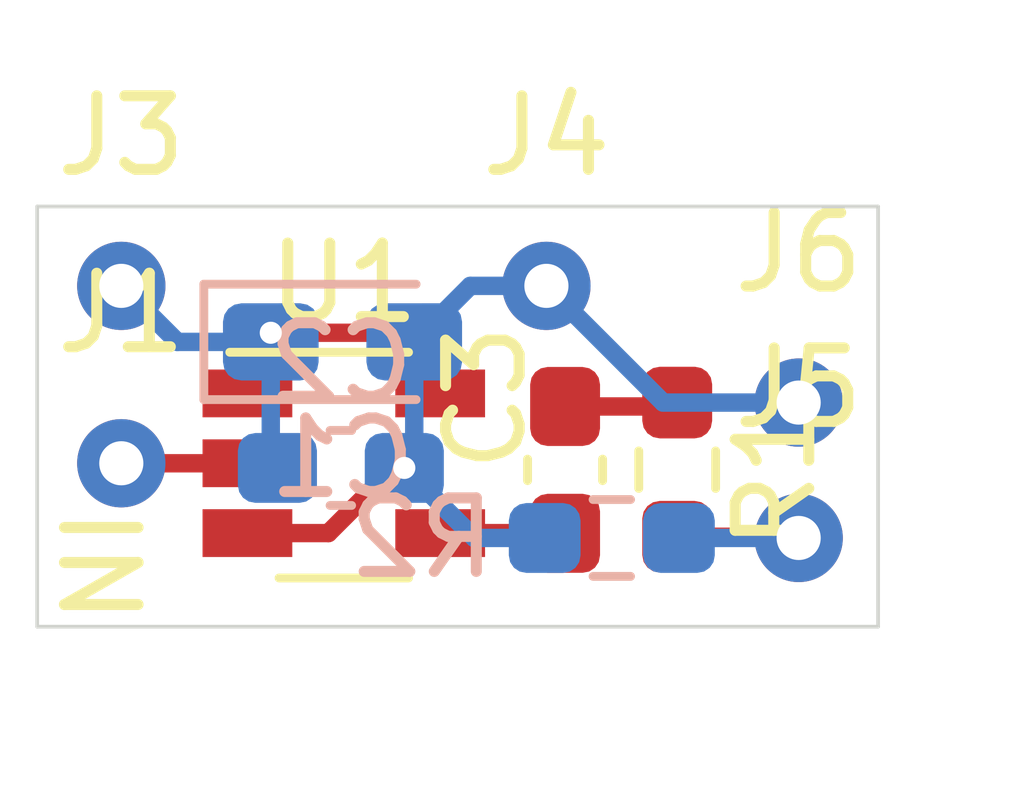
<source format=kicad_pcb>
(kicad_pcb (version 20171130) (host pcbnew "(5.1.10-0-10_14)")

  (general
    (thickness 1.6)
    (drawings 5)
    (tracks 27)
    (zones 0)
    (modules 11)
    (nets 7)
  )

  (page A4)
  (layers
    (0 F.Cu signal)
    (31 B.Cu signal)
    (32 B.Adhes user)
    (33 F.Adhes user)
    (34 B.Paste user)
    (35 F.Paste user)
    (36 B.SilkS user)
    (37 F.SilkS user)
    (38 B.Mask user)
    (39 F.Mask user)
    (40 Dwgs.User user)
    (41 Cmts.User user)
    (42 Eco1.User user)
    (43 Eco2.User user)
    (44 Edge.Cuts user)
    (45 Margin user)
    (46 B.CrtYd user)
    (47 F.CrtYd user)
    (48 B.Fab user)
    (49 F.Fab user)
  )

  (setup
    (last_trace_width 0.25)
    (trace_clearance 0.2)
    (zone_clearance 0.508)
    (zone_45_only no)
    (trace_min 0.2)
    (via_size 0.8)
    (via_drill 0.4)
    (via_min_size 0.4)
    (via_min_drill 0.3)
    (user_via 0.6 0.3)
    (uvia_size 0.3)
    (uvia_drill 0.1)
    (uvias_allowed no)
    (uvia_min_size 0.2)
    (uvia_min_drill 0.1)
    (edge_width 0.05)
    (segment_width 0.2)
    (pcb_text_width 0.3)
    (pcb_text_size 1.5 1.5)
    (mod_edge_width 0.12)
    (mod_text_size 1 1)
    (mod_text_width 0.15)
    (pad_size 1.524 1.524)
    (pad_drill 0.762)
    (pad_to_mask_clearance 0)
    (aux_axis_origin 0 0)
    (visible_elements FFFFFF7F)
    (pcbplotparams
      (layerselection 0x010f0_ffffffff)
      (usegerberextensions false)
      (usegerberattributes false)
      (usegerberadvancedattributes false)
      (creategerberjobfile false)
      (excludeedgelayer true)
      (linewidth 0.100000)
      (plotframeref false)
      (viasonmask false)
      (mode 1)
      (useauxorigin false)
      (hpglpennumber 1)
      (hpglpenspeed 20)
      (hpglpendiameter 15.000000)
      (psnegative false)
      (psa4output false)
      (plotreference true)
      (plotvalue false)
      (plotinvisibletext false)
      (padsonsilk true)
      (subtractmaskfromsilk false)
      (outputformat 1)
      (mirror false)
      (drillshape 0)
      (scaleselection 1)
      (outputdirectory "gerber/"))
  )

  (net 0 "")
  (net 1 GND)
  (net 2 "Net-(C3-Pad2)")
  (net 3 "Net-(C3-Pad1)")
  (net 4 "Net-(J1-Pad1)")
  (net 5 "Net-(J5-Pad1)")
  (net 6 +5V)

  (net_class Default "This is the default net class."
    (clearance 0.2)
    (trace_width 0.25)
    (via_dia 0.8)
    (via_drill 0.4)
    (uvia_dia 0.3)
    (uvia_drill 0.1)
    (add_net +5V)
    (add_net GND)
    (add_net "Net-(C3-Pad1)")
    (add_net "Net-(C3-Pad2)")
    (add_net "Net-(J1-Pad1)")
    (add_net "Net-(J5-Pad1)")
  )

  (module kicad-snk:pin-0.6mm (layer F.Cu) (tedit 60CF3E89) (tstamp 60B9EED6)
    (at 165.2905 102.997)
    (path /60BBD55A)
    (fp_text reference J6 (at 0 0.5) (layer F.SilkS)
      (effects (font (size 1 1) (thickness 0.15)))
    )
    (fp_text value OUTGND (at 0 -0.5) (layer F.Fab)
      (effects (font (size 1 1) (thickness 0.15)))
    )
    (pad 1 thru_hole circle (at 0 2.54) (size 1.2 1.2) (drill 0.6) (layers *.Cu *.Mask)
      (net 1 GND))
  )

  (module kicad-snk:pin-0.6mm (layer F.Cu) (tedit 60CF3E89) (tstamp 60B9EECC)
    (at 165.2905 104.8385)
    (path /60BBD554)
    (fp_text reference J5 (at 0 0.5) (layer F.SilkS)
      (effects (font (size 1 1) (thickness 0.15)))
    )
    (fp_text value OUT (at 0 -0.5) (layer F.Fab)
      (effects (font (size 1 1) (thickness 0.15)))
    )
    (pad 1 thru_hole circle (at 0 2.54) (size 1.2 1.2) (drill 0.6) (layers *.Cu *.Mask)
      (net 5 "Net-(J5-Pad1)"))
  )

  (module kicad-snk:pin-0.6mm (layer F.Cu) (tedit 60CF3E89) (tstamp 60B9EEC2)
    (at 161.8615 101.4095)
    (path /60BB167F)
    (fp_text reference J4 (at 0 0.5) (layer F.SilkS)
      (effects (font (size 1 1) (thickness 0.15)))
    )
    (fp_text value GND (at 0 -0.5) (layer F.Fab)
      (effects (font (size 1 1) (thickness 0.15)))
    )
    (pad 1 thru_hole circle (at 0 2.54) (size 1.2 1.2) (drill 0.6) (layers *.Cu *.Mask)
      (net 1 GND))
  )

  (module kicad-snk:pin-0.6mm (layer F.Cu) (tedit 60CF3E89) (tstamp 60B9EEB8)
    (at 156.083 101.4095)
    (path /60BB1685)
    (fp_text reference J3 (at 0 0.5) (layer F.SilkS)
      (effects (font (size 1 1) (thickness 0.15)))
    )
    (fp_text value +5V (at 0 -0.5) (layer F.Fab)
      (effects (font (size 1 1) (thickness 0.15)))
    )
    (pad 1 thru_hole circle (at 0 2.54) (size 1.2 1.2) (drill 0.6) (layers *.Cu *.Mask)
      (net 6 +5V))
  )

  (module kicad-snk:pin-0.6mm (layer F.Cu) (tedit 60CF3E89) (tstamp 60B9EEA4)
    (at 156.083 103.8225)
    (path /60BB2116)
    (fp_text reference J1 (at 0 0.5) (layer F.SilkS)
      (effects (font (size 1 1) (thickness 0.15)))
    )
    (fp_text value IN (at 0 -0.5) (layer F.Fab)
      (effects (font (size 1 1) (thickness 0.15)))
    )
    (pad 1 thru_hole circle (at 0 2.54) (size 1.2 1.2) (drill 0.6) (layers *.Cu *.Mask)
      (net 4 "Net-(J1-Pad1)"))
  )

  (module Package_TO_SOT_SMD:TSOT-23-5 (layer F.Cu) (tedit 5A02FF57) (tstamp 60CF3FAA)
    (at 159.1075 106.3625)
    (descr "5-pin TSOT23 package, http://cds.linear.com/docs/en/packaging/SOT_5_05-08-1635.pdf")
    (tags TSOT-23-5)
    (path /60D0E915)
    (attr smd)
    (fp_text reference U1 (at 0 -2.45) (layer F.SilkS)
      (effects (font (size 1 1) (thickness 0.15)))
    )
    (fp_text value 74LVC1G34 (at 0 2.5) (layer F.Fab)
      (effects (font (size 1 1) (thickness 0.15)))
    )
    (fp_line (start -0.88 1.56) (end 0.88 1.56) (layer F.SilkS) (width 0.12))
    (fp_line (start 0.88 -1.51) (end -1.55 -1.51) (layer F.SilkS) (width 0.12))
    (fp_line (start -0.88 -1) (end -0.43 -1.45) (layer F.Fab) (width 0.1))
    (fp_line (start 0.88 -1.45) (end -0.43 -1.45) (layer F.Fab) (width 0.1))
    (fp_line (start -0.88 -1) (end -0.88 1.45) (layer F.Fab) (width 0.1))
    (fp_line (start 0.88 1.45) (end -0.88 1.45) (layer F.Fab) (width 0.1))
    (fp_line (start 0.88 -1.45) (end 0.88 1.45) (layer F.Fab) (width 0.1))
    (fp_line (start -2.17 -1.7) (end 2.17 -1.7) (layer F.CrtYd) (width 0.05))
    (fp_line (start -2.17 -1.7) (end -2.17 1.7) (layer F.CrtYd) (width 0.05))
    (fp_line (start 2.17 1.7) (end 2.17 -1.7) (layer F.CrtYd) (width 0.05))
    (fp_line (start 2.17 1.7) (end -2.17 1.7) (layer F.CrtYd) (width 0.05))
    (fp_text user %R (at 0 0 90) (layer F.Fab)
      (effects (font (size 0.5 0.5) (thickness 0.075)))
    )
    (pad 5 smd rect (at 1.31 -0.95) (size 1.22 0.65) (layers F.Cu F.Paste F.Mask)
      (net 6 +5V))
    (pad 4 smd rect (at 1.31 0.95) (size 1.22 0.65) (layers F.Cu F.Paste F.Mask)
      (net 2 "Net-(C3-Pad2)"))
    (pad 3 smd rect (at -1.31 0.95) (size 1.22 0.65) (layers F.Cu F.Paste F.Mask)
      (net 1 GND))
    (pad 2 smd rect (at -1.31 0) (size 1.22 0.65) (layers F.Cu F.Paste F.Mask)
      (net 4 "Net-(J1-Pad1)"))
    (pad 1 smd rect (at -1.31 -0.95) (size 1.22 0.65) (layers F.Cu F.Paste F.Mask))
    (model ${KISYS3DMOD}/Package_TO_SOT_SMD.3dshapes/TSOT-23-5.wrl
      (at (xyz 0 0 0))
      (scale (xyz 1 1 1))
      (rotate (xyz 0 0 0))
    )
  )

  (module Resistor_SMD:R_0603_1608Metric_Pad0.98x0.95mm_HandSolder (layer B.Cu) (tedit 5F68FEEE) (tstamp 60B9EEF8)
    (at 162.7505 107.3785)
    (descr "Resistor SMD 0603 (1608 Metric), square (rectangular) end terminal, IPC_7351 nominal with elongated pad for handsoldering. (Body size source: IPC-SM-782 page 72, https://www.pcb-3d.com/wordpress/wp-content/uploads/ipc-sm-782a_amendment_1_and_2.pdf), generated with kicad-footprint-generator")
    (tags "resistor handsolder")
    (path /60B946A0)
    (attr smd)
    (fp_text reference R2 (at -2.58 0) (layer B.SilkS)
      (effects (font (size 1 1) (thickness 0.15)) (justify mirror))
    )
    (fp_text value 75R (at 0 -1.43) (layer B.Fab)
      (effects (font (size 1 1) (thickness 0.15)) (justify mirror))
    )
    (fp_line (start 1.65 -0.73) (end -1.65 -0.73) (layer B.CrtYd) (width 0.05))
    (fp_line (start 1.65 0.73) (end 1.65 -0.73) (layer B.CrtYd) (width 0.05))
    (fp_line (start -1.65 0.73) (end 1.65 0.73) (layer B.CrtYd) (width 0.05))
    (fp_line (start -1.65 -0.73) (end -1.65 0.73) (layer B.CrtYd) (width 0.05))
    (fp_line (start -0.254724 -0.5225) (end 0.254724 -0.5225) (layer B.SilkS) (width 0.12))
    (fp_line (start -0.254724 0.5225) (end 0.254724 0.5225) (layer B.SilkS) (width 0.12))
    (fp_line (start 0.8 -0.4125) (end -0.8 -0.4125) (layer B.Fab) (width 0.1))
    (fp_line (start 0.8 0.4125) (end 0.8 -0.4125) (layer B.Fab) (width 0.1))
    (fp_line (start -0.8 0.4125) (end 0.8 0.4125) (layer B.Fab) (width 0.1))
    (fp_line (start -0.8 -0.4125) (end -0.8 0.4125) (layer B.Fab) (width 0.1))
    (fp_text user %R (at 0 0) (layer B.Fab)
      (effects (font (size 0.4 0.4) (thickness 0.06)) (justify mirror))
    )
    (pad 2 smd roundrect (at 0.9125 0) (size 0.975 0.95) (layers B.Cu B.Paste B.Mask) (roundrect_rratio 0.25)
      (net 5 "Net-(J5-Pad1)"))
    (pad 1 smd roundrect (at -0.9125 0) (size 0.975 0.95) (layers B.Cu B.Paste B.Mask) (roundrect_rratio 0.25)
      (net 1 GND))
    (model ${KISYS3DMOD}/Resistor_SMD.3dshapes/R_0603_1608Metric.wrl
      (at (xyz 0 0 0))
      (scale (xyz 1 1 1))
      (rotate (xyz 0 0 0))
    )
  )

  (module Resistor_SMD:R_0603_1608Metric_Pad0.98x0.95mm_HandSolder (layer F.Cu) (tedit 5F68FEEE) (tstamp 60B9EEE7)
    (at 163.6395 106.4495 90)
    (descr "Resistor SMD 0603 (1608 Metric), square (rectangular) end terminal, IPC_7351 nominal with elongated pad for handsoldering. (Body size source: IPC-SM-782 page 72, https://www.pcb-3d.com/wordpress/wp-content/uploads/ipc-sm-782a_amendment_1_and_2.pdf), generated with kicad-footprint-generator")
    (tags "resistor handsolder")
    (path /60B941B7)
    (attr smd)
    (fp_text reference R1 (at -0.087 1.3335 90) (layer F.SilkS)
      (effects (font (size 1 1) (thickness 0.15)))
    )
    (fp_text value 300R (at 0 1.43 90) (layer F.Fab)
      (effects (font (size 1 1) (thickness 0.15)))
    )
    (fp_line (start 1.65 0.73) (end -1.65 0.73) (layer F.CrtYd) (width 0.05))
    (fp_line (start 1.65 -0.73) (end 1.65 0.73) (layer F.CrtYd) (width 0.05))
    (fp_line (start -1.65 -0.73) (end 1.65 -0.73) (layer F.CrtYd) (width 0.05))
    (fp_line (start -1.65 0.73) (end -1.65 -0.73) (layer F.CrtYd) (width 0.05))
    (fp_line (start -0.254724 0.5225) (end 0.254724 0.5225) (layer F.SilkS) (width 0.12))
    (fp_line (start -0.254724 -0.5225) (end 0.254724 -0.5225) (layer F.SilkS) (width 0.12))
    (fp_line (start 0.8 0.4125) (end -0.8 0.4125) (layer F.Fab) (width 0.1))
    (fp_line (start 0.8 -0.4125) (end 0.8 0.4125) (layer F.Fab) (width 0.1))
    (fp_line (start -0.8 -0.4125) (end 0.8 -0.4125) (layer F.Fab) (width 0.1))
    (fp_line (start -0.8 0.4125) (end -0.8 -0.4125) (layer F.Fab) (width 0.1))
    (fp_text user %R (at 0 0 90) (layer F.Fab)
      (effects (font (size 0.4 0.4) (thickness 0.06)))
    )
    (pad 2 smd roundrect (at 0.9125 0 90) (size 0.975 0.95) (layers F.Cu F.Paste F.Mask) (roundrect_rratio 0.25)
      (net 3 "Net-(C3-Pad1)"))
    (pad 1 smd roundrect (at -0.9125 0 90) (size 0.975 0.95) (layers F.Cu F.Paste F.Mask) (roundrect_rratio 0.25)
      (net 5 "Net-(J5-Pad1)"))
    (model ${KISYS3DMOD}/Resistor_SMD.3dshapes/R_0603_1608Metric.wrl
      (at (xyz 0 0 0))
      (scale (xyz 1 1 1))
      (rotate (xyz 0 0 0))
    )
  )

  (module Capacitor_SMD:C_0603_1608Metric_Pad1.08x0.95mm_HandSolder (layer F.Cu) (tedit 5F68FEEF) (tstamp 60B9EE9A)
    (at 162.1155 106.4525 270)
    (descr "Capacitor SMD 0603 (1608 Metric), square (rectangular) end terminal, IPC_7351 nominal with elongated pad for handsoldering. (Body size source: IPC-SM-782 page 76, https://www.pcb-3d.com/wordpress/wp-content/uploads/ipc-sm-782a_amendment_1_and_2.pdf), generated with kicad-footprint-generator")
    (tags "capacitor handsolder")
    (path /60B9329E)
    (attr smd)
    (fp_text reference C3 (at -0.979 1.0795 90) (layer F.SilkS)
      (effects (font (size 1 1) (thickness 0.15)))
    )
    (fp_text value 100nF/50V (at 0 1.43 90) (layer F.Fab)
      (effects (font (size 1 1) (thickness 0.15)))
    )
    (fp_line (start 1.65 0.73) (end -1.65 0.73) (layer F.CrtYd) (width 0.05))
    (fp_line (start 1.65 -0.73) (end 1.65 0.73) (layer F.CrtYd) (width 0.05))
    (fp_line (start -1.65 -0.73) (end 1.65 -0.73) (layer F.CrtYd) (width 0.05))
    (fp_line (start -1.65 0.73) (end -1.65 -0.73) (layer F.CrtYd) (width 0.05))
    (fp_line (start -0.146267 0.51) (end 0.146267 0.51) (layer F.SilkS) (width 0.12))
    (fp_line (start -0.146267 -0.51) (end 0.146267 -0.51) (layer F.SilkS) (width 0.12))
    (fp_line (start 0.8 0.4) (end -0.8 0.4) (layer F.Fab) (width 0.1))
    (fp_line (start 0.8 -0.4) (end 0.8 0.4) (layer F.Fab) (width 0.1))
    (fp_line (start -0.8 -0.4) (end 0.8 -0.4) (layer F.Fab) (width 0.1))
    (fp_line (start -0.8 0.4) (end -0.8 -0.4) (layer F.Fab) (width 0.1))
    (fp_text user %R (at 0 0 90) (layer F.Fab)
      (effects (font (size 0.4 0.4) (thickness 0.06)))
    )
    (pad 2 smd roundrect (at 0.8625 0 270) (size 1.075 0.95) (layers F.Cu F.Paste F.Mask) (roundrect_rratio 0.25)
      (net 2 "Net-(C3-Pad2)"))
    (pad 1 smd roundrect (at -0.8625 0 270) (size 1.075 0.95) (layers F.Cu F.Paste F.Mask) (roundrect_rratio 0.25)
      (net 3 "Net-(C3-Pad1)"))
    (model ${KISYS3DMOD}/Capacitor_SMD.3dshapes/C_0603_1608Metric.wrl
      (at (xyz 0 0 0))
      (scale (xyz 1 1 1))
      (rotate (xyz 0 0 0))
    )
  )

  (module Capacitor_SMD:C_0603_1608Metric_Pad1.08x0.95mm_HandSolder (layer B.Cu) (tedit 5F68FEEF) (tstamp 60B9EE89)
    (at 159.0675 106.426 180)
    (descr "Capacitor SMD 0603 (1608 Metric), square (rectangular) end terminal, IPC_7351 nominal with elongated pad for handsoldering. (Body size source: IPC-SM-782 page 76, https://www.pcb-3d.com/wordpress/wp-content/uploads/ipc-sm-782a_amendment_1_and_2.pdf), generated with kicad-footprint-generator")
    (tags "capacitor handsolder")
    (path /60B95341)
    (attr smd)
    (fp_text reference C2 (at 0 1.43) (layer B.SilkS)
      (effects (font (size 1 1) (thickness 0.15)) (justify mirror))
    )
    (fp_text value 100nF/50V (at 0 -1.43) (layer B.Fab)
      (effects (font (size 1 1) (thickness 0.15)) (justify mirror))
    )
    (fp_line (start 1.65 -0.73) (end -1.65 -0.73) (layer B.CrtYd) (width 0.05))
    (fp_line (start 1.65 0.73) (end 1.65 -0.73) (layer B.CrtYd) (width 0.05))
    (fp_line (start -1.65 0.73) (end 1.65 0.73) (layer B.CrtYd) (width 0.05))
    (fp_line (start -1.65 -0.73) (end -1.65 0.73) (layer B.CrtYd) (width 0.05))
    (fp_line (start -0.146267 -0.51) (end 0.146267 -0.51) (layer B.SilkS) (width 0.12))
    (fp_line (start -0.146267 0.51) (end 0.146267 0.51) (layer B.SilkS) (width 0.12))
    (fp_line (start 0.8 -0.4) (end -0.8 -0.4) (layer B.Fab) (width 0.1))
    (fp_line (start 0.8 0.4) (end 0.8 -0.4) (layer B.Fab) (width 0.1))
    (fp_line (start -0.8 0.4) (end 0.8 0.4) (layer B.Fab) (width 0.1))
    (fp_line (start -0.8 -0.4) (end -0.8 0.4) (layer B.Fab) (width 0.1))
    (fp_text user %R (at 0 0) (layer B.Fab)
      (effects (font (size 0.4 0.4) (thickness 0.06)) (justify mirror))
    )
    (pad 2 smd roundrect (at 0.8625 0 180) (size 1.075 0.95) (layers B.Cu B.Paste B.Mask) (roundrect_rratio 0.25)
      (net 6 +5V))
    (pad 1 smd roundrect (at -0.8625 0 180) (size 1.075 0.95) (layers B.Cu B.Paste B.Mask) (roundrect_rratio 0.25)
      (net 1 GND))
    (model ${KISYS3DMOD}/Capacitor_SMD.3dshapes/C_0603_1608Metric.wrl
      (at (xyz 0 0 0))
      (scale (xyz 1 1 1))
      (rotate (xyz 0 0 0))
    )
  )

  (module Capacitor_Tantalum_SMD:CP_EIA-2012-15_AVX-P_Pad1.30x1.05mm_HandSolder (layer B.Cu) (tedit 5EBA9318) (tstamp 60B9EE78)
    (at 159.09 104.7115)
    (descr "Tantalum Capacitor SMD AVX-P (2012-15 Metric), IPC_7351 nominal, (Body size from: https://www.vishay.com/docs/40182/tmch.pdf), generated with kicad-footprint-generator")
    (tags "capacitor tantalum")
    (path /60BA408D)
    (attr smd)
    (fp_text reference C1 (at 0 1.58) (layer B.SilkS)
      (effects (font (size 1 1) (thickness 0.15)) (justify mirror))
    )
    (fp_text value 10uF/10V (at 0 -1.58) (layer B.Fab)
      (effects (font (size 1 1) (thickness 0.15)) (justify mirror))
    )
    (fp_line (start 1.88 -0.88) (end -1.88 -0.88) (layer B.CrtYd) (width 0.05))
    (fp_line (start 1.88 0.88) (end 1.88 -0.88) (layer B.CrtYd) (width 0.05))
    (fp_line (start -1.88 0.88) (end 1.88 0.88) (layer B.CrtYd) (width 0.05))
    (fp_line (start -1.88 -0.88) (end -1.88 0.88) (layer B.CrtYd) (width 0.05))
    (fp_line (start -1.885 -0.785) (end 1 -0.785) (layer B.SilkS) (width 0.12))
    (fp_line (start -1.885 0.785) (end -1.885 -0.785) (layer B.SilkS) (width 0.12))
    (fp_line (start 1 0.785) (end -1.885 0.785) (layer B.SilkS) (width 0.12))
    (fp_line (start 1 -0.625) (end 1 0.625) (layer B.Fab) (width 0.1))
    (fp_line (start -1 -0.625) (end 1 -0.625) (layer B.Fab) (width 0.1))
    (fp_line (start -1 0.3125) (end -1 -0.625) (layer B.Fab) (width 0.1))
    (fp_line (start -0.6875 0.625) (end -1 0.3125) (layer B.Fab) (width 0.1))
    (fp_line (start 1 0.625) (end -0.6875 0.625) (layer B.Fab) (width 0.1))
    (fp_text user %R (at 0 0) (layer B.Fab)
      (effects (font (size 0.5 0.5) (thickness 0.08)) (justify mirror))
    )
    (pad 2 smd roundrect (at 0.975 0) (size 1.3 1.05) (layers B.Cu B.Paste B.Mask) (roundrect_rratio 0.2380942857142857)
      (net 1 GND))
    (pad 1 smd roundrect (at -0.975 0) (size 1.3 1.05) (layers B.Cu B.Paste B.Mask) (roundrect_rratio 0.2380942857142857)
      (net 6 +5V))
    (model ${KISYS3DMOD}/Capacitor_Tantalum_SMD.3dshapes/CP_EIA-2012-15_AVX-P.wrl
      (at (xyz 0 0 0))
      (scale (xyz 1 1 1))
      (rotate (xyz 0 0 0))
    )
  )

  (gr_text IN (at 155.7655 107.7595 270) (layer F.SilkS)
    (effects (font (size 1 1) (thickness 0.15)))
  )
  (gr_line (start 154.94 108.585) (end 154.94 102.87) (layer Edge.Cuts) (width 0.05) (tstamp 60B9FFE9))
  (gr_line (start 166.37 108.585) (end 154.94 108.585) (layer Edge.Cuts) (width 0.05))
  (gr_line (start 166.37 102.87) (end 166.37 108.585) (layer Edge.Cuts) (width 0.05))
  (gr_line (start 154.94 102.87) (end 166.37 102.87) (layer Edge.Cuts) (width 0.05))

  (segment (start 160.827 103.9495) (end 160.065 104.7115) (width 0.25) (layer B.Cu) (net 1))
  (segment (start 161.8615 103.9495) (end 160.827 103.9495) (width 0.25) (layer B.Cu) (net 1))
  (segment (start 160.065 106.291) (end 159.93 106.426) (width 0.25) (layer B.Cu) (net 1))
  (segment (start 160.065 104.7115) (end 160.065 106.291) (width 0.25) (layer B.Cu) (net 1))
  (segment (start 160.8825 107.3785) (end 159.93 106.426) (width 0.25) (layer B.Cu) (net 1))
  (segment (start 161.838 107.3785) (end 160.8825 107.3785) (width 0.25) (layer B.Cu) (net 1))
  (via (at 159.93 106.426) (size 0.6) (drill 0.3) (layers F.Cu B.Cu) (net 1))
  (segment (start 159.783998 106.426) (end 159.93 106.426) (width 0.25) (layer F.Cu) (net 1))
  (segment (start 158.897498 107.3125) (end 159.783998 106.426) (width 0.25) (layer F.Cu) (net 1))
  (segment (start 157.7975 107.3125) (end 158.897498 107.3125) (width 0.25) (layer F.Cu) (net 1))
  (segment (start 163.449 105.537) (end 161.8615 103.9495) (width 0.25) (layer B.Cu) (net 1))
  (segment (start 165.2905 105.537) (end 163.449 105.537) (width 0.25) (layer B.Cu) (net 1))
  (segment (start 162.113 107.3125) (end 162.1155 107.315) (width 0.25) (layer F.Cu) (net 2))
  (segment (start 160.4175 107.3125) (end 162.113 107.3125) (width 0.25) (layer F.Cu) (net 2))
  (segment (start 163.5865 105.59) (end 163.6395 105.537) (width 0.25) (layer F.Cu) (net 3))
  (segment (start 162.1155 105.59) (end 163.5865 105.59) (width 0.25) (layer F.Cu) (net 3))
  (segment (start 156.083 106.3625) (end 157.7975 106.3625) (width 0.25) (layer F.Cu) (net 4))
  (segment (start 165.274 107.362) (end 165.2905 107.3785) (width 0.25) (layer F.Cu) (net 5))
  (segment (start 163.6395 107.362) (end 165.274 107.362) (width 0.25) (layer F.Cu) (net 5))
  (segment (start 163.663 107.3785) (end 165.2905 107.3785) (width 0.25) (layer B.Cu) (net 5))
  (segment (start 156.845 104.7115) (end 156.083 103.9495) (width 0.25) (layer B.Cu) (net 6))
  (segment (start 158.115 104.7115) (end 156.845 104.7115) (width 0.25) (layer B.Cu) (net 6))
  (segment (start 158.115 106.336) (end 158.205 106.426) (width 0.25) (layer B.Cu) (net 6))
  (segment (start 158.115 104.7115) (end 158.115 106.336) (width 0.25) (layer B.Cu) (net 6))
  (via (at 158.115 104.587498) (size 0.6) (drill 0.3) (layers F.Cu B.Cu) (net 6))
  (segment (start 159.592498 104.587498) (end 158.115 104.587498) (width 0.25) (layer F.Cu) (net 6))
  (segment (start 160.4175 105.4125) (end 159.592498 104.587498) (width 0.25) (layer F.Cu) (net 6))

)

</source>
